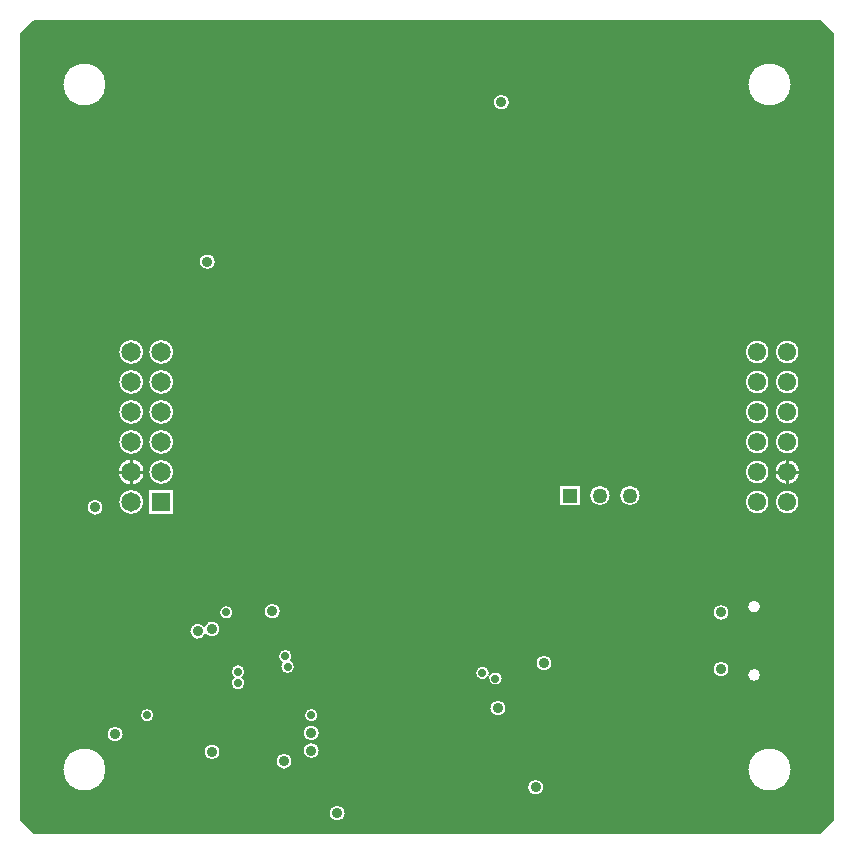
<source format=gbr>
G04 DesignSpark PCB PRO Gerber Version 10.0 Build 5299*
G04 #@! TF.Part,Single*
G04 #@! TF.FileFunction,Copper,L2,Inr*
G04 #@! TF.FilePolarity,Positive*
%FSLAX35Y35*%
%MOIN*%
G04 #@! TA.AperFunction,ComponentPad*
%ADD89R,0.05020X0.05020*%
%ADD29R,0.06496X0.06496*%
G04 #@! TD.AperFunction*
%ADD17C,0.00500*%
%ADD21C,0.01000*%
G04 #@! TA.AperFunction,ViaPad*
%ADD26C,0.02756*%
%ADD24C,0.03543*%
G04 #@! TA.AperFunction,ComponentPad*
%ADD90C,0.05020*%
%ADD28C,0.06102*%
%ADD72C,0.06496*%
G04 #@! TD.AperFunction*
X0Y0D02*
D02*
D17*
X14561Y269043D02*
Y7335D01*
X19002Y2894D01*
X280711D01*
X285152Y7335D01*
Y269043D01*
X280711Y273484D01*
X19002D01*
X14561Y269043D01*
X28346Y24016D02*
G75*
G02*
X43020I7337J0D01*
G01*
G75*
G02*
X28346I-7337J0D01*
G01*
Y252362D02*
G75*
G02*
X43020I7337J0D01*
G01*
G75*
G02*
X28346I-7337J0D01*
G01*
X36417Y111417D02*
G75*
G02*
X42035I2809J0D01*
G01*
G75*
G02*
X36417I-2809J0D01*
G01*
X43110Y35827D02*
G75*
G02*
X48728I2809J0D01*
G01*
G75*
G02*
X43110I-2809J0D01*
G01*
X46776Y123189D02*
G75*
G02*
X55772I4498J0D01*
G01*
G75*
G02*
X46776I-4498J0D01*
G01*
X46988Y113189D02*
G75*
G02*
X55559I4285J0D01*
G01*
G75*
G02*
X46988I-4285J0D01*
G01*
X54134Y42126D02*
G75*
G02*
X58965I2415J0D01*
G01*
G75*
G02*
X54134I-2415J0D01*
G01*
X46988Y133189D02*
G75*
G02*
X55559I4285J0D01*
G01*
G75*
G02*
X46988I-4285J0D01*
G01*
Y143189D02*
G75*
G02*
X55559I4285J0D01*
G01*
G75*
G02*
X46988I-4285J0D01*
G01*
Y153189D02*
G75*
G02*
X55559I4285J0D01*
G01*
G75*
G02*
X46988I-4285J0D01*
G01*
Y163189D02*
G75*
G02*
X55559I4285J0D01*
G01*
G75*
G02*
X46988I-4285J0D01*
G01*
X56988Y117474D02*
X65559D01*
Y108904D01*
X56988D01*
Y117474D01*
Y123189D02*
G75*
G02*
X65559I4285J0D01*
G01*
G75*
G02*
X56988I-4285J0D01*
G01*
Y133189D02*
G75*
G02*
X65559I4285J0D01*
G01*
G75*
G02*
X56988I-4285J0D01*
G01*
Y143189D02*
G75*
G02*
X65559I4285J0D01*
G01*
G75*
G02*
X56988I-4285J0D01*
G01*
Y153189D02*
G75*
G02*
X65559I4285J0D01*
G01*
G75*
G02*
X56988I-4285J0D01*
G01*
Y163189D02*
G75*
G02*
X65559I4285J0D01*
G01*
G75*
G02*
X56988I-4285J0D01*
G01*
X75599Y71921D02*
G75*
G02*
X81012Y70866I2604J-1055D01*
G01*
G75*
G02*
X76082Y69024I-2809J0D01*
G01*
G75*
G02*
X70669Y70079I-2604J1055D01*
G01*
G75*
G02*
X75599Y71921I2809J0D01*
G01*
X75394Y29921D02*
G75*
G02*
X81012I2809J0D01*
G01*
G75*
G02*
X75394I-2809J0D01*
G01*
X73819Y193307D02*
G75*
G02*
X79437I2809J0D01*
G01*
G75*
G02*
X73819I-2809J0D01*
G01*
X80512Y76378D02*
G75*
G02*
X85343I2415J0D01*
G01*
G75*
G02*
X80512I-2415J0D01*
G01*
X84449Y56693D02*
G75*
G02*
X89280I2415J0D01*
G01*
G75*
G02*
X88264Y54724I-2415J0D01*
G01*
G75*
G02*
X89280Y52756I-1400J-1969D01*
G01*
G75*
G02*
X84449I-2415J0D01*
G01*
G75*
G02*
X85465Y54724I2415J0D01*
G01*
G75*
G02*
X84449Y56693I1400J1969D01*
G01*
X95472Y76772D02*
G75*
G02*
X101091I2809J0D01*
G01*
G75*
G02*
X95472I-2809J0D01*
G01*
X99409Y26772D02*
G75*
G02*
X105028I2809J0D01*
G01*
G75*
G02*
X99409I-2809J0D01*
G01*
X104562Y60385D02*
G75*
G02*
X105815Y58268I-1162J-2117D01*
G01*
G75*
G02*
X100984I-2415J0D01*
G01*
G75*
G02*
X101450Y59694I2415J0D01*
G01*
G75*
G02*
X100197Y61811I1162J2117D01*
G01*
G75*
G02*
X105028I2415J0D01*
G01*
G75*
G02*
X104562Y60385I-2415J0D01*
G01*
X108465Y30315D02*
G75*
G02*
X114083I2809J0D01*
G01*
G75*
G02*
X108465I-2809J0D01*
G01*
Y36220D02*
G75*
G02*
X114083I2809J0D01*
G01*
G75*
G02*
X108465I-2809J0D01*
G01*
X108858Y42126D02*
G75*
G02*
X113689I2415J0D01*
G01*
G75*
G02*
X108858I-2415J0D01*
G01*
X117126Y9449D02*
G75*
G02*
X122744I2809J0D01*
G01*
G75*
G02*
X117126I-2809J0D01*
G01*
X170699Y55697D02*
G75*
G02*
X175106Y54331I1992J-1367D01*
G01*
G75*
G02*
X170276I-2415J0D01*
G01*
G75*
G02*
X170352Y54933I2416J-1D01*
G01*
G75*
G02*
X165945Y56299I-1992J1367D01*
G01*
G75*
G02*
X170776I2415J0D01*
G01*
G75*
G02*
X170699Y55697I-2416J1D01*
G01*
X170669Y44488D02*
G75*
G02*
X176287I2809J0D01*
G01*
G75*
G02*
X170669I-2809J0D01*
G01*
X171850Y246457D02*
G75*
G02*
X177469I2809J0D01*
G01*
G75*
G02*
X171850I-2809J0D01*
G01*
X183268Y18110D02*
G75*
G02*
X188886I2809J0D01*
G01*
G75*
G02*
X183268I-2809J0D01*
G01*
X186024Y59449D02*
G75*
G02*
X191642I2809J0D01*
G01*
G75*
G02*
X186024I-2809J0D01*
G01*
X193947Y118902D02*
X201041D01*
Y111807D01*
X193947D01*
Y118902D01*
X203947Y115354D02*
G75*
G02*
X211041I3547J0D01*
G01*
G75*
G02*
X203947I-3547J0D01*
G01*
X213947D02*
G75*
G02*
X221041I3547J0D01*
G01*
G75*
G02*
X213947I-3547J0D01*
G01*
X245079Y57480D02*
G75*
G02*
X250697I2809J0D01*
G01*
G75*
G02*
X245079I-2809J0D01*
G01*
Y76378D02*
G75*
G02*
X250697I2809J0D01*
G01*
G75*
G02*
X245079I-2809J0D01*
G01*
X255846Y113189D02*
G75*
G02*
X264024I4089J0D01*
G01*
G75*
G02*
X255846I-4089J0D01*
G01*
X256583Y55551D02*
G75*
G02*
X261217I2317J0D01*
G01*
G75*
G02*
X256583I-2317J0D01*
G01*
X256693Y24016D02*
G75*
G02*
X271366I7337J0D01*
G01*
G75*
G02*
X256693I-7337J0D01*
G01*
X256583Y78307D02*
G75*
G02*
X261217I2317J0D01*
G01*
G75*
G02*
X256583I-2317J0D01*
G01*
X255846Y123189D02*
G75*
G02*
X264024I4089J0D01*
G01*
G75*
G02*
X255846I-4089J0D01*
G01*
Y133189D02*
G75*
G02*
X264024I4089J0D01*
G01*
G75*
G02*
X255846I-4089J0D01*
G01*
Y143189D02*
G75*
G02*
X264024I4089J0D01*
G01*
G75*
G02*
X255846I-4089J0D01*
G01*
Y153189D02*
G75*
G02*
X264024I4089J0D01*
G01*
G75*
G02*
X255846I-4089J0D01*
G01*
Y163189D02*
G75*
G02*
X264024I4089J0D01*
G01*
G75*
G02*
X255846I-4089J0D01*
G01*
X256693Y252362D02*
G75*
G02*
X271366I7337J0D01*
G01*
G75*
G02*
X256693I-7337J0D01*
G01*
X265634Y123189D02*
G75*
G02*
X274236I4301J0D01*
G01*
G75*
G02*
X265634I-4301J0D01*
G01*
X265846Y113189D02*
G75*
G02*
X274024I4089J0D01*
G01*
G75*
G02*
X265846I-4089J0D01*
G01*
Y133189D02*
G75*
G02*
X274024I4089J0D01*
G01*
G75*
G02*
X265846I-4089J0D01*
G01*
Y143189D02*
G75*
G02*
X274024I4089J0D01*
G01*
G75*
G02*
X265846I-4089J0D01*
G01*
Y153189D02*
G75*
G02*
X274024I4089J0D01*
G01*
G75*
G02*
X265846I-4089J0D01*
G01*
Y163189D02*
G75*
G02*
X274024I4089J0D01*
G01*
G75*
G02*
X265846I-4089J0D01*
G01*
X14811Y9449D02*
G36*
X14811Y9449D02*
Y7085D01*
X18752Y3144D01*
X280961D01*
X284902Y7085D01*
Y9449D01*
X122744D01*
G75*
G02*
X117126I-2809J0D01*
G01*
X14811D01*
G37*
Y18110D02*
G36*
X14811Y18110D02*
Y9449D01*
X117126D01*
G75*
G02*
X122744I2809J0D01*
G01*
X284902D01*
Y18110D01*
X268383D01*
G75*
G02*
X259676I-4353J5906D01*
G01*
X188886D01*
G75*
G02*
X183268I-2809J0D01*
G01*
X40036D01*
G75*
G02*
X31330I-4353J5906D01*
G01*
X14811D01*
G37*
Y24016D02*
G36*
X14811Y24016D02*
Y18110D01*
X31330D01*
G75*
G02*
X28346Y24016I4353J5906D01*
G01*
X14811D01*
G37*
X43020D02*
G36*
X43020Y24016D02*
G75*
G02*
X40036Y18110I-7337J0D01*
G01*
X183268D01*
G75*
G02*
X188886I2809J0D01*
G01*
X259676D01*
G75*
G02*
X256693Y24016I4353J5906D01*
G01*
X102762D01*
G75*
G02*
X101675I-544J2755D01*
G01*
X43020D01*
G37*
X271366D02*
G36*
X271366Y24016D02*
G75*
G02*
X268383Y18110I-7337J0D01*
G01*
X284902D01*
Y24016D01*
X271366D01*
G37*
X14811Y26772D02*
G36*
X14811Y26772D02*
Y24016D01*
X28346D01*
G75*
G02*
X28884Y26772I7337J0D01*
G01*
X14811D01*
G37*
X42482D02*
G36*
X42482Y26772D02*
G75*
G02*
X43020Y24016I-6800J-2756D01*
G01*
X101675D01*
G75*
G02*
X99409Y26772I544J2756D01*
G01*
X42482D01*
G37*
X105028D02*
G36*
X105028Y26772D02*
G75*
G02*
X102762Y24016I-2809J0D01*
G01*
X256693D01*
G75*
G02*
X257230Y26772I7337J0D01*
G01*
X105028D01*
G37*
X270829D02*
G36*
X270829Y26772D02*
G75*
G02*
X271366Y24016I-6800J-2756D01*
G01*
X284902D01*
Y26772D01*
X270829D01*
G37*
X14811Y29921D02*
G36*
X14811Y29921D02*
Y26772D01*
X28884D01*
G75*
G02*
X31330Y29921I6800J-2756D01*
G01*
X14811D01*
G37*
X40036D02*
G36*
X40036Y29921D02*
G75*
G02*
X42482Y26772I-4354J-5906D01*
G01*
X99409D01*
G75*
G02*
X105028I2809J0D01*
G01*
X257230D01*
G75*
G02*
X259676Y29921I6800J-2756D01*
G01*
X114055D01*
G75*
G02*
X108492I-2781J394D01*
G01*
X81012D01*
G75*
G02*
X75394I-2809J0D01*
G01*
X40036D01*
G37*
X268383D02*
G36*
X268383Y29921D02*
G75*
G02*
X270829Y26772I-4354J-5906D01*
G01*
X284902D01*
Y29921D01*
X268383D01*
G37*
X14811Y35827D02*
G36*
X14811Y35827D02*
Y29921D01*
X31330D01*
G75*
G02*
X40036I4353J-5906D01*
G01*
X75394D01*
G75*
G02*
X81012I2809J0D01*
G01*
X108492D01*
G75*
G02*
X108465Y30315I2781J393D01*
G01*
G75*
G02*
X114083I2809J0D01*
G01*
G75*
G02*
X114055Y29921I-2809J-1D01*
G01*
X259676D01*
G75*
G02*
X268383I4353J-5906D01*
G01*
X284902D01*
Y35827D01*
X114055D01*
G75*
G02*
X108492I-2781J394D01*
G01*
X48728D01*
G75*
G02*
X43110I-2809J0D01*
G01*
X14811D01*
G37*
Y42126D02*
G36*
X14811Y42126D02*
Y35827D01*
X43110D01*
G75*
G02*
X48728I2809J0D01*
G01*
X108492D01*
G75*
G02*
X108465Y36220I2781J393D01*
G01*
G75*
G02*
X114083I2809J0D01*
G01*
G75*
G02*
X114055Y35827I-2809J-1D01*
G01*
X284902D01*
Y42126D01*
X174998D01*
G75*
G02*
X171958I-1520J2362D01*
G01*
X113689D01*
G75*
G02*
X108858I-2415J0D01*
G01*
X58965D01*
G75*
G02*
X54134I-2415J0D01*
G01*
X14811D01*
G37*
Y54724D02*
G36*
X14811Y54724D02*
Y42126D01*
X54134D01*
G75*
G02*
X58965I2415J0D01*
G01*
X108858D01*
G75*
G02*
X113689I2415J0D01*
G01*
X171958D01*
G75*
G02*
X170669Y44488I1520J2362D01*
G01*
G75*
G02*
X176287I2809J0D01*
G01*
G75*
G02*
X174998Y42126I-2809J0D01*
G01*
X284902D01*
Y54724D01*
X261064D01*
G75*
G02*
X256735I-2165J827D01*
G01*
X248431D01*
G75*
G02*
X247344I-544J2755D01*
G01*
X175074D01*
G75*
G02*
X175106Y54331I-2383J-394D01*
G01*
G75*
G02*
X170276I-2415J0D01*
G01*
G75*
G02*
X170308Y54724I2423J0D01*
G01*
X170192D01*
G75*
G02*
X166529I-1831J1575D01*
G01*
X88264D01*
G75*
G02*
X89280Y52756I-1400J-1969D01*
G01*
G75*
G02*
X84449I-2415J0D01*
G01*
G75*
G02*
X85465Y54724I2416J0D01*
G01*
X14811D01*
G37*
Y60039D02*
G36*
X14811Y60039D02*
Y54724D01*
X85465D01*
G75*
G02*
X84449Y56693I1400J1969D01*
G01*
G75*
G02*
X89280I2415J0D01*
G01*
G75*
G02*
X88264Y54724I-2416J0D01*
G01*
X166529D01*
G75*
G02*
X165945Y56299I1831J1575D01*
G01*
G75*
G02*
X170776I2415J0D01*
G01*
G75*
G02*
X170699Y55697I-2423J2D01*
G01*
G75*
G02*
X175074Y54724I1992J-1367D01*
G01*
X247344D01*
G75*
G02*
X245079Y57480I544J2756D01*
G01*
G75*
G02*
X246730Y60039I2809J0D01*
G01*
X191579D01*
G75*
G02*
X191642Y59449I-2746J-590D01*
G01*
G75*
G02*
X186024I-2809J0D01*
G01*
G75*
G02*
X186086Y60039I2809J1D01*
G01*
X105041D01*
G75*
G02*
X105815Y58269I-1641J-1771D01*
G01*
G75*
G02*
Y58268I-2820J0D01*
G01*
G75*
G02*
X100984I-2415J0D01*
G01*
Y58268D01*
G75*
G02*
X101450Y59694I2415J0D01*
G01*
G75*
G02*
X100970Y60039I1161J2116D01*
G01*
X14811D01*
G37*
X170192Y54724D02*
G36*
X170192Y54724D02*
X170308D01*
G75*
G02*
X170352Y54933I2391J-397D01*
G01*
G75*
G02*
X170192Y54724I-1992J1367D01*
G01*
G37*
X250697Y57480D02*
G36*
X250697Y57480D02*
G75*
G02*
X248431Y54724I-2809J0D01*
G01*
X256735D01*
G75*
G02*
X256583Y55551I2165J826D01*
G01*
G75*
G02*
X261217I2317J0D01*
G01*
G75*
G02*
X261064Y54724I-2317J0D01*
G01*
X284902D01*
Y60039D01*
X249046D01*
G75*
G02*
X250697Y57480I-1158J-2559D01*
G01*
G37*
X14811Y70472D02*
G36*
X14811Y70472D02*
Y60039D01*
X100970D01*
G75*
G02*
X100197Y61810I1641J1771D01*
G01*
G75*
G02*
Y61811I2820J0D01*
G01*
G75*
G02*
X105028I2415J0D01*
G01*
Y61811D01*
G75*
G02*
X104562Y60385I-2415J0D01*
G01*
G75*
G02*
X105041Y60039I-1161J-2116D01*
G01*
X186086D01*
G75*
G02*
X191579I2746J-591D01*
G01*
X246730D01*
G75*
G02*
X249046I1158J-2559D01*
G01*
X284902D01*
Y70472D01*
X80984D01*
G75*
G02*
X76082Y69024I-2781J394D01*
G01*
G75*
G02*
X70669Y70079I-2604J1055D01*
G01*
G75*
G02*
X70697Y70472I2809J1D01*
G01*
X14811D01*
G37*
Y76378D02*
G36*
X14811Y76378D02*
Y70472D01*
X70697D01*
G75*
G02*
X75599Y71921I2781J-394D01*
G01*
G75*
G02*
X81012Y70866I2604J-1055D01*
G01*
G75*
G02*
X80984Y70472I-2809J-1D01*
G01*
X284902D01*
Y76378D01*
X260183D01*
G75*
G02*
X257617I-1283J1929D01*
G01*
X250697D01*
G75*
G02*
X245079I-2809J0D01*
G01*
X101063D01*
G75*
G02*
X95500I-2781J394D01*
G01*
X85343D01*
G75*
G02*
X80512I-2415J0D01*
G01*
X14811D01*
G37*
Y111417D02*
G36*
X14811Y111417D02*
Y76378D01*
X80512D01*
G75*
G02*
X85343I2415J0D01*
G01*
X95500D01*
G75*
G02*
X95472Y76772I2781J393D01*
G01*
G75*
G02*
X101091I2809J0D01*
G01*
G75*
G02*
X101063Y76378I-2809J-1D01*
G01*
X245079D01*
G75*
G02*
X250697I2809J0D01*
G01*
X257617D01*
G75*
G02*
X256583Y78307I1283J1929D01*
G01*
G75*
G02*
X261217I2317J0D01*
G01*
G75*
G02*
X260183Y76378I-2317J0D01*
G01*
X284902D01*
Y111417D01*
X273620D01*
G75*
G02*
X266250I-3685J1772D01*
G01*
X263620D01*
G75*
G02*
X256250I-3685J1772D01*
G01*
X65559D01*
Y108904D01*
X56988D01*
Y111417D01*
X55176D01*
G75*
G02*
X47372I-3902J1772D01*
G01*
X42035D01*
G75*
G02*
X36417I-2809J0D01*
G01*
X14811D01*
G37*
Y115354D02*
G36*
X14811Y115354D02*
Y111417D01*
X36417D01*
G75*
G02*
X42035I2809J0D01*
G01*
X47372D01*
G75*
G02*
X46988Y113189I3902J1772D01*
G01*
G75*
G02*
X47576Y115354I4285J0D01*
G01*
X14811D01*
G37*
X55559Y113189D02*
G36*
X55559Y113189D02*
G75*
G02*
X55176Y111417I-4285J0D01*
G01*
X56988D01*
Y115354D01*
X54972D01*
G75*
G02*
X55559Y113189I-3698J-2165D01*
G01*
G37*
X65559Y115354D02*
G36*
X65559Y115354D02*
Y111417D01*
X256250D01*
G75*
G02*
X255846Y113189I3685J1772D01*
G01*
G75*
G02*
X256467Y115354I4089J0D01*
G01*
X221041D01*
G75*
G02*
X213947I-3547J0D01*
G01*
X211041D01*
G75*
G02*
X203947I-3547J0D01*
G01*
X201041D01*
Y111807D01*
X193947D01*
Y115354D01*
X65559D01*
G37*
X264024Y113189D02*
G36*
X264024Y113189D02*
G75*
G02*
X263620Y111417I-4089J0D01*
G01*
X266250D01*
G75*
G02*
X265846Y113189I3685J1772D01*
G01*
G75*
G02*
X266467Y115354I4089J0D01*
G01*
X263403D01*
G75*
G02*
X264024Y113189I-3468J-2165D01*
G01*
G37*
X274024D02*
G36*
X274024Y113189D02*
G75*
G02*
X273620Y111417I-4089J0D01*
G01*
X284902D01*
Y115354D01*
X273403D01*
G75*
G02*
X274024Y113189I-3468J-2165D01*
G01*
G37*
X14811Y123189D02*
G36*
X14811Y123189D02*
Y115354D01*
X47576D01*
G75*
G02*
X54972I3698J-2165D01*
G01*
X56988D01*
Y117474D01*
X65559D01*
Y115354D01*
X193947D01*
Y118902D01*
X201041D01*
Y115354D01*
X203947D01*
G75*
G02*
X211041I3547J0D01*
G01*
X213947D01*
G75*
G02*
X221041I3547J0D01*
G01*
X256467D01*
G75*
G02*
X263403I3468J-2165D01*
G01*
X266467D01*
G75*
G02*
X273403I3468J-2165D01*
G01*
X284902D01*
Y123189D01*
X274236D01*
G75*
G02*
X265634I-4301J0D01*
G01*
X264024D01*
G75*
G02*
X255846I-4089J0D01*
G01*
X65559D01*
G75*
G02*
X56988I-4285J0D01*
G01*
X55772D01*
G75*
G02*
X46776I-4498J0D01*
G01*
X14811D01*
G37*
Y133189D02*
G36*
X14811Y133189D02*
Y123189D01*
X46776D01*
G75*
G02*
X55772I4498J0D01*
G01*
X56988D01*
G75*
G02*
X65559I4285J0D01*
G01*
X255846D01*
G75*
G02*
X264024I4089J0D01*
G01*
X265634D01*
G75*
G02*
X274236I4301J0D01*
G01*
X284902D01*
Y133189D01*
X274024D01*
G75*
G02*
X265846I-4089J0D01*
G01*
X264024D01*
G75*
G02*
X255846I-4089J0D01*
G01*
X65559D01*
G75*
G02*
X56988I-4285J0D01*
G01*
X55559D01*
G75*
G02*
X46988I-4285J0D01*
G01*
X14811D01*
G37*
Y143189D02*
G36*
X14811Y143189D02*
Y133189D01*
X46988D01*
G75*
G02*
X55559I4285J0D01*
G01*
X56988D01*
G75*
G02*
X65559I4285J0D01*
G01*
X255846D01*
G75*
G02*
X264024I4089J0D01*
G01*
X265846D01*
G75*
G02*
X274024I4089J0D01*
G01*
X284902D01*
Y143189D01*
X274024D01*
G75*
G02*
X265846I-4089J0D01*
G01*
X264024D01*
G75*
G02*
X255846I-4089J0D01*
G01*
X65559D01*
G75*
G02*
X56988I-4285J0D01*
G01*
X55559D01*
G75*
G02*
X46988I-4285J0D01*
G01*
X14811D01*
G37*
Y153189D02*
G36*
X14811Y153189D02*
Y143189D01*
X46988D01*
G75*
G02*
X55559I4285J0D01*
G01*
X56988D01*
G75*
G02*
X65559I4285J0D01*
G01*
X255846D01*
G75*
G02*
X264024I4089J0D01*
G01*
X265846D01*
G75*
G02*
X274024I4089J0D01*
G01*
X284902D01*
Y153189D01*
X274024D01*
G75*
G02*
X265846I-4089J0D01*
G01*
X264024D01*
G75*
G02*
X255846I-4089J0D01*
G01*
X65559D01*
G75*
G02*
X56988I-4285J0D01*
G01*
X55559D01*
G75*
G02*
X46988I-4285J0D01*
G01*
X14811D01*
G37*
Y163189D02*
G36*
X14811Y163189D02*
Y153189D01*
X46988D01*
G75*
G02*
X55559I4285J0D01*
G01*
X56988D01*
G75*
G02*
X65559I4285J0D01*
G01*
X255846D01*
G75*
G02*
X264024I4089J0D01*
G01*
X265846D01*
G75*
G02*
X274024I4089J0D01*
G01*
X284902D01*
Y163189D01*
X274024D01*
G75*
G02*
X265846I-4089J0D01*
G01*
X264024D01*
G75*
G02*
X255846I-4089J0D01*
G01*
X65559D01*
G75*
G02*
X56988I-4285J0D01*
G01*
X55559D01*
G75*
G02*
X46988I-4285J0D01*
G01*
X14811D01*
G37*
Y193307D02*
G36*
X14811Y193307D02*
Y163189D01*
X46988D01*
G75*
G02*
X55559I4285J0D01*
G01*
X56988D01*
G75*
G02*
X65559I4285J0D01*
G01*
X255846D01*
G75*
G02*
X264024I4089J0D01*
G01*
X265846D01*
G75*
G02*
X274024I4089J0D01*
G01*
X284902D01*
Y193307D01*
X79437D01*
G75*
G02*
X73819I-2809J0D01*
G01*
X14811D01*
G37*
Y246457D02*
G36*
X14811Y246457D02*
Y193307D01*
X73819D01*
G75*
G02*
X79437I2809J0D01*
G01*
X284902D01*
Y246457D01*
X268383D01*
G75*
G02*
X259676I-4353J5906D01*
G01*
X177469D01*
G75*
G02*
X171850I-2809J0D01*
G01*
X40036D01*
G75*
G02*
X31330I-4353J5906D01*
G01*
X14811D01*
G37*
Y252362D02*
G36*
X14811Y252362D02*
Y246457D01*
X31330D01*
G75*
G02*
X28346Y252362I4353J5906D01*
G01*
X14811D01*
G37*
X43020D02*
G36*
X43020Y252362D02*
G75*
G02*
X40036Y246457I-7337J0D01*
G01*
X171850D01*
G75*
G02*
X177469I2809J0D01*
G01*
X259676D01*
G75*
G02*
X256693Y252362I4353J5906D01*
G01*
X43020D01*
G37*
X271366D02*
G36*
X271366Y252362D02*
G75*
G02*
X268383Y246457I-7337J0D01*
G01*
X284902D01*
Y252362D01*
X271366D01*
G37*
X14811Y269293D02*
G36*
X14811Y269293D02*
Y252362D01*
X28346D01*
G75*
G02*
X43020I7337J0D01*
G01*
X256693D01*
G75*
G02*
X271366I7337J0D01*
G01*
X284902D01*
Y269293D01*
X280961Y273234D01*
X18752D01*
X14811Y269293D01*
G37*
D02*
D21*
X48526Y123189D02*
X46526D01*
X51274Y120441D02*
Y118441D01*
Y125937D02*
Y127937D01*
X54022Y123189D02*
X56022D01*
X267384D02*
X265384D01*
X269935Y120638D02*
Y118638D01*
Y125740D02*
Y127740D01*
X272486Y123189D02*
X274486D01*
D02*
D24*
X25447Y41339D03*
X39226Y111417D03*
X45919Y35827D03*
X56549Y22835D03*
X57337Y60236D03*
X61274Y68110D03*
X63636Y92913D03*
X71116Y98819D03*
Y177559D03*
Y216929D03*
Y256299D03*
X73478Y18110D03*
Y70079D03*
Y86614D03*
X76628Y187008D03*
Y193307D03*
X78203Y29921D03*
Y70866D03*
X82927Y18110D03*
X91195D03*
X93557Y86614D03*
X95132Y181890D03*
X97100Y18110D03*
X98281Y76772D03*
X102219Y26772D03*
X110486Y98819D03*
Y177559D03*
Y222835D03*
Y256299D03*
X111274Y30315D03*
Y36220D03*
X119935Y9449D03*
X122691Y58661D03*
X128990Y30315D03*
Y36220D03*
Y42126D03*
X132533Y9843D03*
X145919Y44488D03*
X149856Y98819D03*
Y177559D03*
X159699Y200787D03*
X173478Y44488D03*
X174659Y246457D03*
X186077Y18110D03*
X188833Y59449D03*
X189226Y98819D03*
Y177559D03*
Y222835D03*
Y256299D03*
X194344Y47638D03*
X204974Y44488D03*
X224266Y105906D03*
X228596Y177559D03*
Y216929D03*
Y256299D03*
X238439Y101969D03*
X240801Y46063D03*
Y83465D03*
X247888Y48031D03*
Y57480D03*
Y76378D03*
X249069Y92126D03*
D02*
D26*
X56549Y42126D03*
X82927Y76378D03*
X86864Y52756D03*
Y56693D03*
X102612Y61811D03*
X103400Y58268D03*
X111274Y42126D03*
X168360Y56299D03*
X172691Y54331D03*
D02*
D28*
X259935Y113189D03*
Y123189D03*
Y133189D03*
Y143189D03*
Y153189D03*
Y163189D03*
X269935Y113189D03*
Y123189D03*
Y133189D03*
Y143189D03*
Y153189D03*
Y163189D03*
D02*
D29*
X61274Y113189D03*
D02*
D72*
X51274D03*
Y123189D03*
Y133189D03*
Y143189D03*
Y153189D03*
Y163189D03*
X61274Y123189D03*
Y133189D03*
Y143189D03*
Y153189D03*
Y163189D03*
D02*
D89*
X197494Y115354D03*
D02*
D90*
X207494D03*
X217494D03*
X0Y0D02*
M02*

</source>
